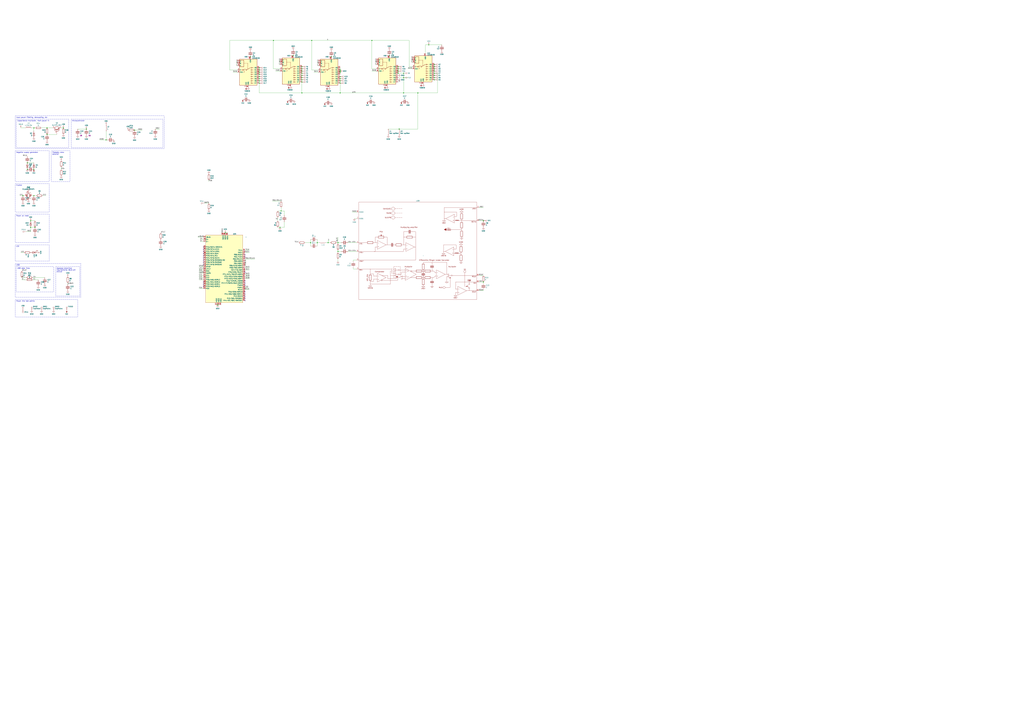
<source format=kicad_sch>
(kicad_sch (version 20230121) (generator eeschema)
  (paper "A0")
  (junction (at 561.34 327.66))
  (junction (at 452.12 64.77))
  (junction (at 394.97 81.28))
  (junction (at 123.19 162.56))
  (junction (at 350.52 77.47))
  (junction (at 35.56 264.16))
  (junction (at 462.28 80.01))
  (junction (at 350.52 87.63))
  (junction (at 381 281.94))
  (junction (at 39.37 196.85))
  (junction (at 394.97 107.95))
  (junction (at 54.61 148.59))
  (junction (at 504.19 77.47))
  (junction (at 462.28 77.47))
  (junction (at 54.61 156.21))
  (junction (at 462.28 85.09))
  (junction (at 31.75 196.85))
  (junction (at 39.37 227.33))
  (junction (at 350.52 82.55))
  (junction (at 350.52 80.01))
  (junction (at 290.83 66.04))
  (junction (at 261.62 270.51))
  (junction (at 350.52 90.17))
  (junction (at 252.73 354.33))
  (junction (at 504.19 90.17))
  (junction (at 300.99 88.9))
  (junction (at 350.52 85.09))
  (junction (at 31.75 189.23))
  (junction (at 340.36 64.77))
  (junction (at 394.97 93.98))
  (junction (at 504.19 80.01))
  (junction (at 26.67 227.33))
  (junction (at 394.97 82.55))
  (junction (at 468.63 107.95))
  (junction (at 504.19 82.55))
  (junction (at 40.64 264.16))
  (junction (at 504.19 74.93))
  (junction (at 468.63 90.17))
  (junction (at 300.99 81.28))
  (junction (at 392.43 281.94))
  (junction (at 350.52 107.95))
  (junction (at 368.3 281.94))
  (junction (at 384.81 66.04))
  (junction (at 462.28 82.55))
  (junction (at 468.63 85.09))
  (junction (at 485.14 107.95))
  (junction (at 156.21 151.13))
  (junction (at 100.33 149.86))
  (junction (at 504.19 87.63))
  (junction (at 326.39 245.11))
  (junction (at 431.8 46.99))
  (junction (at 463.55 149.86))
  (junction (at 300.99 83.82))
  (junction (at 394.97 88.9))
  (junction (at 392.43 292.1))
  (junction (at 497.84 52.07))
  (junction (at 300.99 78.74))
  (junction (at 394.97 91.44))
  (junction (at 360.68 281.94))
  (junction (at 35.56 256.54))
  (junction (at 325.12 264.16))
  (junction (at 350.52 95.25))
  (junction (at 350.52 92.71))
  (junction (at 300.99 93.98))
  (junction (at 504.19 92.71))
  (junction (at 394.97 83.82))
  (junction (at 561.34 256.54))
  (junction (at 317.5 46.99))
  (junction (at 361.95 46.99))
  (junction (at 394.97 96.52))
  (junction (at 39.37 148.59))
  (junction (at 73.66 148.59))
  (junction (at 300.99 96.52))
  (junction (at 300.99 91.44))
  (junction (at 300.99 86.36))
  (junction (at 504.19 85.09))
  (no_connect (at 236.22 327.66))
  (no_connect (at 236.22 294.64))
  (no_connect (at 236.22 332.74))
  (no_connect (at 236.22 287.02))
  (no_connect (at 284.48 346.71))
  (no_connect (at 236.22 307.34))
  (no_connect (at 236.22 302.26))
  (no_connect (at 284.48 298.45))
  (no_connect (at 284.48 341.63))
  (no_connect (at 236.22 299.72))
  (no_connect (at 284.48 344.17))
  (no_connect (at 284.48 326.39))
  (no_connect (at 284.48 316.23))
  (no_connect (at 284.48 349.25))
  (no_connect (at 236.22 292.1))
  (no_connect (at 236.22 330.2))
  (no_connect (at 284.48 339.09))
  (no_connect (at 236.22 304.8))
  (no_connect (at 236.22 297.18))
  (no_connect (at 284.48 331.47))
  (no_connect (at 236.22 289.56))
  (no_connect (at 284.48 328.93))
  (no_connect (at 284.48 295.91))
  (wire (pts (xy 270.51 83.82) (xy 275.59 83.82)))
  (wire (pts (xy 300.99 107.95) (xy 300.99 96.52)))
  (wire (pts (xy 284.48 300.99) (xy 295.91 300.99)))
  (wire (pts (xy 431.8 46.99) (xy 431.8 80.01)))
  (wire (pts (xy 285.75 308.61) (xy 284.48 308.61)))
  (wire (pts (xy 410.21 312.42) (xy 414.02 312.42)))
  (wire (pts (xy 463.55 149.86) (xy 485.14 149.86)))
  (wire (pts (xy 317.5 46.99) (xy 361.95 46.99)))
  (wire (pts (xy 284.48 334.01) (xy 288.29 334.01)))
  (wire (pts (xy 231.14 322.58) (xy 236.22 322.58)))
  (wire (pts (xy 25.4 322.58) (xy 30.48 322.58)))
  (wire (pts (xy 411.48 254) (xy 414.02 254)))
  (wire (pts (xy 462.28 90.17) (xy 468.63 90.17)))
  (wire (pts (xy 368.3 73.66) (xy 369.57 73.66)))
  (wire (pts (xy 39.37 148.59) (xy 39.37 152.4)))
  (wire (pts (xy 561.34 327.66) (xy 561.34 328.93)))
  (wire (pts (xy 231.14 312.42) (xy 236.22 312.42)))
  (wire (pts (xy 485.14 149.86) (xy 485.14 107.95)))
  (wire (pts (xy 54.61 148.59) (xy 48.26 148.59)))
  (wire (pts (xy 350.52 80.01) (xy 350.52 82.55)))
  (wire (pts (xy 431.8 82.55) (xy 436.88 82.55)))
  (wire (pts (xy 368.3 285.75) (xy 368.3 281.94)))
  (wire (pts (xy 22.86 227.33) (xy 26.67 227.33)))
  (wire (pts (xy 231.14 309.88) (xy 236.22 309.88)))
  (wire (pts (xy 561.34 337.82) (xy 556.26 337.82)))
  (wire (pts (xy 284.48 313.69) (xy 289.56 313.69)))
  (wire (pts (xy 350.52 82.55) (xy 350.52 85.09)))
  (wire (pts (xy 391.16 281.94) (xy 392.43 281.94)))
  (wire (pts (xy 477.52 72.39) (xy 478.79 72.39)))
  (wire (pts (xy 403.86 292.1) (xy 414.02 292.1)))
  (wire (pts (xy 53.34 227.33) (xy 49.53 227.33)))
  (wire (pts (xy 561.34 320.04) (xy 556.26 320.04)))
  (wire (pts (xy 35.56 269.24) (xy 35.56 264.16)))
  (wire (pts (xy 504.19 74.93) (xy 504.19 77.47)))
  (wire (pts (xy 232.41 280.67) (xy 236.22 280.67)))
  (wire (pts (xy 71.12 148.59) (xy 73.66 148.59)))
  (wire (pts (xy 232.41 278.13) (xy 236.22 278.13)))
  (wire (pts (xy 231.14 314.96) (xy 236.22 314.96)))
  (wire (pts (xy 513.08 52.07) (xy 497.84 52.07)))
  (wire (pts (xy 381 279.4) (xy 381 281.94)))
  (wire (pts (xy 462.28 80.01) (xy 462.28 82.55)))
  (wire (pts (xy 382.27 279.4) (xy 381 279.4)))
  (wire (pts (xy 392.43 290.83) (xy 392.43 292.1)))
  (wire (pts (xy 322.58 264.16) (xy 325.12 264.16)))
  (wire (pts (xy 231.14 325.12) (xy 236.22 325.12)))
  (wire (pts (xy 394.97 88.9) (xy 394.97 91.44)))
  (wire (pts (xy 394.97 78.74) (xy 394.97 81.28)))
  (wire (pts (xy 24.13 293.37) (xy 27.94 293.37)))
  (wire (pts (xy 368.3 76.2) (xy 369.57 76.2)))
  (wire (pts (xy 494.03 52.07) (xy 494.03 62.23)))
  (wire (pts (xy 285.75 303.53) (xy 284.48 303.53)))
  (wire (pts (xy 284.48 323.85) (xy 289.56 323.85)))
  (wire (pts (xy 354.33 281.94) (xy 360.68 281.94)))
  (wire (pts (xy 468.63 90.17) (xy 473.71 90.17)))
  (wire (pts (xy 325.12 264.16) (xy 330.2 264.16)))
  (wire (pts (xy 123.19 162.56) (xy 124.46 162.56)))
  (wire (pts (xy 360.68 278.13) (xy 360.68 281.94)))
  (wire (pts (xy 323.85 72.39) (xy 325.12 72.39)))
  (wire (pts (xy 361.95 81.28) (xy 369.57 81.28)))
  (wire (pts (xy 504.19 80.01) (xy 504.19 82.55)))
  (wire (pts (xy 477.52 67.31) (xy 478.79 67.31)))
  (wire (pts (xy 123.19 152.4) (xy 123.19 162.56)))
  (wire (pts (xy 477.52 69.85) (xy 478.79 69.85)))
  (wire (pts (xy 39.37 148.59) (xy 36.83 148.59)))
  (wire (pts (xy 266.7 46.99) (xy 317.5 46.99)))
  (wire (pts (xy 320.04 82.55) (xy 325.12 82.55)))
  (wire (pts (xy 435.61 69.85) (xy 436.88 69.85)))
  (wire (pts (xy 60.96 148.59) (xy 54.61 148.59)))
  (wire (pts (xy 300.99 96.52) (xy 300.99 93.98)))
  (wire (pts (xy 350.52 92.71) (xy 350.52 95.25)))
  (wire (pts (xy 350.52 95.25) (xy 350.52 107.95)))
  (wire (pts (xy 394.97 83.82) (xy 394.97 86.36)))
  (wire (pts (xy 508 107.95) (xy 485.14 107.95)))
  (wire (pts (xy 350.52 77.47) (xy 350.52 80.01)))
  (wire (pts (xy 284.48 293.37) (xy 289.56 293.37)))
  (wire (pts (xy 38.1 325.12) (xy 44.45 325.12)))
  (wire (pts (xy 266.7 81.28) (xy 275.59 81.28)))
  (wire (pts (xy 462.28 82.55) (xy 462.28 85.09)))
  (wire (pts (xy 78.74 330.2) (xy 78.74 328.93)))
  (wire (pts (xy 71.12 194.31) (xy 71.12 196.85)))
  (wire (pts (xy 394.97 82.55) (xy 394.97 83.82)))
  (wire (pts (xy 274.32 76.2) (xy 275.59 76.2)))
  (wire (pts (xy 350.52 107.95) (xy 394.97 107.95)))
  (wire (pts (xy 370.84 281.94) (xy 368.3 281.94)))
  (wire (pts (xy 284.48 290.83) (xy 289.56 290.83)))
  (wire (pts (xy 350.52 87.63) (xy 350.52 90.17)))
  (wire (pts (xy 322.58 252.73) (xy 322.58 256.54)))
  (wire (pts (xy 431.8 80.01) (xy 436.88 80.01)))
  (wire (pts (xy 478.79 77.47) (xy 474.98 77.47)))
  (wire (pts (xy 435.61 74.93) (xy 436.88 74.93)))
  (wire (pts (xy 556.26 241.3) (xy 561.34 241.3)))
  (wire (pts (xy 326.39 245.11) (xy 326.39 241.3)))
  (wire (pts (xy 26.67 227.33) (xy 29.21 227.33)))
  (wire (pts (xy 284.48 321.31) (xy 289.56 321.31)))
  (wire (pts (xy 410.21 311.15) (xy 410.21 312.42)))
  (wire (pts (xy 350.52 85.09) (xy 350.52 87.63)))
  (wire (pts (xy 252.73 354.33) (xy 254 354.33)))
  (wire (pts (xy 508 85.09) (xy 504.19 85.09)))
  (wire (pts (xy 468.63 107.95) (xy 485.14 107.95)))
  (wire (pts (xy 284.48 311.15) (xy 289.56 311.15)))
  (wire (pts (xy 261.62 270.51) (xy 264.16 270.51)))
  (wire (pts (xy 251.46 354.33) (xy 252.73 354.33)))
  (wire (pts (xy 274.32 73.66) (xy 275.59 73.66)))
  (wire (pts (xy 364.49 83.82) (xy 369.57 83.82)))
  (wire (pts (xy 242.57 210.82) (xy 242.57 209.55)))
  (wire (pts (xy 29.21 148.59) (xy 24.13 148.59)))
  (wire (pts (xy 394.97 91.44) (xy 394.97 93.98)))
  (wire (pts (xy 474.98 77.47) (xy 474.98 46.99)))
  (wire (pts (xy 561.34 336.55) (xy 561.34 337.82)))
  (wire (pts (xy 408.94 246.38) (xy 414.02 246.38)))
  (wire (pts (xy 468.63 90.17) (xy 468.63 85.09)))
  (wire (pts (xy 394.97 96.52) (xy 394.97 107.95)))
  (wire (pts (xy 368.3 71.12) (xy 369.57 71.12)))
  (wire (pts (xy 35.56 256.54) (xy 40.64 256.54)))
  (wire (pts (xy 431.8 46.99) (xy 474.98 46.99)))
  (wire (pts (xy 450.85 149.86) (xy 463.55 149.86)))
  (wire (pts (xy 556.26 327.66) (xy 561.34 327.66)))
  (wire (pts (xy 504.19 90.17) (xy 504.19 92.71)))
  (wire (pts (xy 368.3 281.94) (xy 368.3 278.13)))
  (wire (pts (xy 394.97 107.95) (xy 468.63 107.95)))
  (wire (pts (xy 300.99 81.28) (xy 300.99 78.74)))
  (wire (pts (xy 504.19 87.63) (xy 504.19 90.17)))
  (wire (pts (xy 180.34 149.86) (xy 185.42 149.86)))
  (wire (pts (xy 284.48 318.77) (xy 289.56 318.77)))
  (wire (pts (xy 323.85 74.93) (xy 325.12 74.93)))
  (wire (pts (xy 435.61 72.39) (xy 436.88 72.39)))
  (wire (pts (xy 403.86 281.94) (xy 414.02 281.94)))
  (wire (pts (xy 330.2 250.19) (xy 330.2 245.11)))
  (wire (pts (xy 36.83 227.33) (xy 39.37 227.33)))
  (wire (pts (xy 462.28 77.47) (xy 462.28 80.01)))
  (wire (pts (xy 30.48 269.24) (xy 35.56 269.24)))
  (wire (pts (xy 231.14 317.5) (xy 236.22 317.5)))
  (wire (pts (xy 468.63 90.17) (xy 468.63 107.95)))
  (wire (pts (xy 300.99 91.44) (xy 300.99 88.9)))
  (wire (pts (xy 40.64 148.59) (xy 39.37 148.59)))
  (wire (pts (xy 38.1 322.58) (xy 52.07 322.58)))
  (wire (pts (xy 556.26 256.54) (xy 561.34 256.54)))
  (wire (pts (xy 35.56 264.16) (xy 40.64 264.16)))
  (wire (pts (xy 504.19 82.55) (xy 504.19 85.09)))
  (wire (pts (xy 361.95 46.99) (xy 431.8 46.99)))
  (wire (pts (xy 350.52 90.17) (xy 350.52 92.71)))
  (wire (pts (xy 410.21 302.26) (xy 414.02 302.26)))
  (wire (pts (xy 300.99 83.82) (xy 300.99 81.28)))
  (wire (pts (xy 323.85 69.85) (xy 325.12 69.85)))
  (wire (pts (xy 361.95 46.99) (xy 361.95 81.28)))
  (wire (pts (xy 326.39 233.68) (xy 316.23 233.68)))
  (wire (pts (xy 392.43 281.94) (xy 392.43 283.21)))
  (wire (pts (xy 229.87 275.59) (xy 236.22 275.59)))
  (wire (pts (xy 322.58 245.11) (xy 326.39 245.11)))
  (wire (pts (xy 396.24 281.94) (xy 392.43 281.94)))
  (wire (pts (xy 330.2 264.16) (xy 330.2 257.81)))
  (wire (pts (xy 115.57 162.56) (xy 123.19 162.56)))
  (wire (pts (xy 468.63 85.09) (xy 462.28 85.09)))
  (wire (pts (xy 285.75 306.07) (xy 284.48 306.07)))
  (wire (pts (xy 300.99 86.36) (xy 300.99 83.82)))
  (wire (pts (xy 300.99 93.98) (xy 300.99 91.44)))
  (wire (pts (xy 394.97 93.98) (xy 394.97 96.52)))
  (wire (pts (xy 504.19 77.47) (xy 504.19 80.01)))
  (wire (pts (xy 410.21 302.26) (xy 410.21 303.53)))
  (wire (pts (xy 300.99 88.9) (xy 300.99 86.36)))
  (wire (pts (xy 394.97 81.28) (xy 394.97 82.55)))
  (wire (pts (xy 25.4 325.12) (xy 30.48 325.12)))
  (wire (pts (xy 381 281.94) (xy 383.54 281.94)))
  (wire (pts (xy 360.68 285.75) (xy 360.68 281.94)))
  (wire (pts (xy 378.46 281.94) (xy 381 281.94)))
  (wire (pts (xy 266.7 46.99) (xy 266.7 81.28)))
  (wire (pts (xy 392.43 292.1) (xy 396.24 292.1)))
  (wire (pts (xy 392.43 300.99) (xy 392.43 303.53)))
  (wire (pts (xy 39.37 227.33) (xy 41.91 227.33)))
  (wire (pts (xy 392.43 275.59) (xy 392.43 281.94)))
  (wire (pts (xy 508 85.09) (xy 508 107.95)))
  (wire (pts (xy 31.75 189.23) (xy 39.37 189.23)))
  (wire (pts (xy 237.49 236.22) (xy 242.57 236.22)))
  (wire (pts (xy 284.48 336.55) (xy 289.56 336.55)))
  (wire (pts (xy 326.39 245.11) (xy 330.2 245.11)))
  (wire (pts (xy 317.5 80.01) (xy 317.5 46.99)))
  (wire (pts (xy 325.12 80.01) (xy 317.5 80.01)))
  (wire (pts (xy 90.17 149.86) (xy 100.33 149.86)))
  (wire (pts (xy 504.19 85.09) (xy 504.19 87.63)))
  (wire (pts (xy 231.14 320.04) (xy 236.22 320.04)))
  (wire (pts (xy 497.84 52.07) (xy 494.03 52.07)))
  (wire (pts (xy 231.14 335.28) (xy 236.22 335.28)))
  (wire (pts (xy 54.61 156.21) (xy 66.04 156.21)))
  (wire (pts (xy 392.43 292.1) (xy 392.43 293.37)))
  (wire (pts (xy 156.21 151.13) (xy 165.1 151.13)))
  (wire (pts (xy 473.71 80.01) (xy 478.79 80.01)))
  (wire (pts (xy 274.32 71.12) (xy 275.59 71.12)))
  (wire (pts (xy 350.52 107.95) (xy 300.99 107.95)))
  (text_box "USB data lines\n" (at 19.05 309.88 0) (size 43.18 29.21) (stroke (width 0) (type dash)) (effects (font (size 1.27 1.27)) (justify left top)))
  (text_box "Power on reset\n" (at 17.78 248.92 0) (size 39.37 33.02) (stroke (width 0) (type dash)) (effects (font (size 1.27 1.27)) (justify left top)))
  (text_box "Capacitance multiplier, main power in" (at 19.05 138.43 0) (size 60.96 33.02) (stroke (width 0) (type dash)) (effects (font (size 1.27 1.27)) (justify left top)))
  (text_box "LED" (at 17.78 284.48 0) (size 39.37 19.05) (stroke (width 0) (type dash)) (effects (font (size 1.27 1.27)) (justify left top)))
  (text_box "Input power filtering, decoupling, etc" (at 17.78 134.62 0) (size 172.72 38.1) (stroke (width 0) (type dash)) (effects (font (size 1.27 1.27)) (justify left top)))
  (text_box "Crystal" (at 17.78 213.36 0) (size 39.37 33.02) (stroke (width 0) (type dash)) (effects (font (size 1.27 1.27)) (justify left top)))
  (text_box "Probably skew selector" (at 59.69 175.26 0) (size 21.59 35.56) (stroke (width 0) (type dash)) (effects (font (size 1.27 1.27)) (justify left top)))
  (text_box "USB" (at 17.78 306.07 0) (size 76.2 39.37) (stroke (width 0) (type dash)) (effects (font (size 1.27 1.27)) (justify left top)))
  (text_box "Appease electrical requirements VBUS pin micro?" (at 64.77 309.88 0) (size 27.94 34.29) (stroke (width 0) (type dash)) (effects (font (size 1.27 1.27)) (justify left top)))
  (text_box "microcontroller" (at 82.55 138.43 0) (size 106.68 33.02) (stroke (width 0) (type dash)) (effects (font (size 1.27 1.27)) (justify left top)))
  (text_box "Power line test points" (at 17.78 347.98 0) (size 72.39 20.32) (stroke (width 0) (type dash)) (effects (font (size 1.27 1.27)) (justify left top)))
  (text_box "Negative supply generator" (at 17.78 175.26 0) (size 39.37 35.56) (stroke (width 0) (type dash)) (effects (font (size 1.27 1.27)) (justify left top)))
  (label "P30" (at 231.14 325.12 0))
  (label "RES" (at 231.14 314.96 0))
  (label "B" (at 435.61 72.39 0))
  (label "D+" (at 41.91 322.58 180))
  (label "MUTE" (at 289.56 293.37 180))
  (label "D+" (at 232.41 278.13 0))
  (label "P02{slash}RCLKA" (at 295.91 300.99 180))
  (label "CF2" (at 231.14 322.58 0))
  (label "LED" (at 288.29 334.01 180))
  (label "A" (at 477.52 67.31 0))
  (label "C" (at 285.75 308.61 180))
  (label "INH9" (at 320.04 82.55 0))
  (label "LED" (at 24.13 293.37 0))
  (label "B" (at 368.3 73.66 0))
  (label "X" (at 382.27 279.4 180))
  (label "B" (at 285.75 306.07 180))
  (label "AVDD" (at 115.57 162.56 0))
  (label "VIN+" (at 408.94 292.1 0))
  (label "CF2" (at 53.34 227.33 180))
  (label "DPUP" (at 25.4 314.96 0))
  (label "?1" (at 462.28 95.25 0))
  (label "?1" (at 322.58 255.27 180))
  (label "VREF" (at 561.34 241.3 180))
  (label "MCLK" (at 289.56 336.55 180))
  (label "B" (at 477.52 69.85 0))
  (label "CF1" (at 231.14 320.04 0))
  (label "INH5" (at 289.56 318.77 180))
  (label "INH3" (at 473.71 80.01 0))
  (label "SOUT" (at 561.34 337.82 180))
  (label "P30" (at 242.57 210.82 0))
  (label "A" (at 274.32 71.12 0))
  (label "AVDD" (at 408.94 246.38 0))
  (label "INH5" (at 270.51 83.82 0))
  (label "A" (at 285.75 303.53 180))
  (label "C" (at 368.3 76.2 0))
  (label "INH9" (at 289.56 321.31 180))
  (label "MCLK" (at 31.75 181.61 180))
  (label "OWP0" (at 242.57 236.22 180))
  (label "C" (at 274.32 76.2 0))
  (label "C" (at 435.61 74.93 0))
  (label "REFIN" (at 561.34 256.54 180))
  (label "C" (at 477.52 72.39 0))
  (label "INH8" (at 431.8 82.55 0))
  (label "B" (at 274.32 73.66 0))
  (label "µVBUS" (at 229.87 275.59 0))
  (label "A" (at 323.85 69.85 0))
  (label "UFILT" (at 186.69 270.51 0))
  (label "D-" (at 232.41 280.67 0))
  (label "INH3" (at 289.56 311.15 180))
  (label "MUTE" (at 392.43 275.59 270))
  (label "C" (at 323.85 74.93 0))
  (label "D+_" (at 29.21 322.58 180))
  (label "B" (at 323.85 72.39 0))
  (label "RES" (at 35.56 269.24 180))
  (label "TCLK" (at 346.71 281.94 180))
  (label "VIN+" (at 408.94 292.1 180))
  (label "INH4" (at 289.56 313.69 180))
  (label "VIN-" (at 403.86 281.94 0))
  (label "A" (at 368.3 71.12 0))
  (label "TCLK" (at 289.56 290.83 180))
  (label "SIN" (at 560.07 327.66 180))
  (label "INH4" (at 364.49 83.82 0))
  (label "VIN-" (at 408.94 281.94 0))
  (label "D-" (at 41.91 325.12 180))
  (label "µVBUS" (at 78.74 330.2 0))
  (label "P34" (at 71.12 196.85 0))
  (label "X" (at 379.73 46.99 0))
  (label "P34" (at 231.14 335.28 0))
  (label "VDD3" (at 165.1 151.13 180))
  (label "D-_" (at 29.21 325.12 180))
  (label "DPUP" (at 231.14 309.88 0))
  (label "INH8" (at 289.56 323.85 180))
  (label "VREF" (at 185.42 149.86 180))
  (label "UFILT" (at 231.14 312.42 0))
  (label "P02{slash}RCLKA" (at 316.23 233.68 0))
  (label "A" (at 435.61 69.85 0))
  (label "CF1" (at 22.86 227.33 0))
  (label "MOUT" (at 561.34 320.04 180))
  (label "grid" (at 408.94 107.95 0))
  (label "OWP0" (at 231.14 317.5 0))
  (label "VDD3" (at 259.08 270.51 90))
  (symbol (lib_id "power:VDD") (at 384.81 66.04 90) (unit 1)
    (property "Reference" "#PWR021" (effects hide))
    (property "Value" "VDD" (at 381.635 66.04 90) (effects (justify left)))
  )
  (symbol (lib_id "power:GND") (at 341.63 116.84 0) (unit 1)
    (property "Reference" "#PWR037" (effects hide))
    (property "Value" "GND" (at 341.63 120.9755 0))
  )
  (symbol (lib_id "Device:R") (at 25.4 318.77 180) (unit 1)
    (property "Reference" "R21" (at 27.178 317.5579 0) (effects (justify right)))
    (property "Value" "R" (at 27.178 319.9821 0) (effects (justify right)))
    (property "Footprint" "Resistor_SMD:R_0402_1005Metric" (effects hide))
  )
  (symbol (lib_id "Connector:TestPoint") (at 350.52 82.55 270) (unit 1)
    (property "Reference" "Y7" (at 355.219 82.55 90) (effects (justify left)))
    (property "Value" "TestPoint" (effects hide))
    (property "Footprint" "TestPoint:TestPoint_Pad_D1.0mm" (effects hide))
  )
  (symbol (lib_id "Connector:TestPoint") (at 48.26 360.68 0) (unit 1)
    (property "Reference" "GND1" (at 49.657 356.1659 0) (effects (justify left)))
    (property "Value" "TestPoint" (at 49.657 358.5901 0) (effects (justify left)))
    (property "Footprint" "TestPoint:TestPoint_Pad_D1.0mm" (effects hide))
  )
  (symbol (lib_id "power:VBUS") (at 24.13 148.59 0) (mirror y) (unit 1)
    (property "Reference" "#PWR068" (effects hide))
    (property "Value" "VBUS" (at 24.13 144.4569 0))
  )
  (symbol (lib_id "Connector:TestPoint") (at 561.34 256.54 270) (unit 1)
    (property "Reference" "TP7" (at 566.039 256.54 90) (effects (justify left)))
    (property "Value" "TestPoint" (effects hide))
    (property "Footprint" "TestPoint:TestPoint_Pad_D1.0mm" (effects hide))
  )
  (symbol (lib_id "Connector:TestPoint") (at 62.23 360.68 0) (unit 1)
    (property "Reference" "GND0" (at 63.627 356.1659 0) (effects (justify left)))
    (property "Value" "TestPoint" (at 63.627 358.5901 0) (effects (justify left)))
    (property "Footprint" "TestPoint:TestPoint_Pad_D1.0mm" (effects hide))
  )
  (symbol (lib_id "Connector:TestPoint") (at 26.67 359.41 180) (unit 1)
    (property "Reference" "TP11" (at 28.067 362.712 0) (effects (justify right)))
    (property "Value" "TestPoint" (effects hide))
    (property "Footprint" "TestPoint:TestPoint_Pad_D1.0mm" (effects hide))
  )
  (symbol (lib_id "Device:R") (at 71.12 200.66 0) (unit 1)
    (property "Reference" "R12" (at 72.898 199.4479 0) (effects (justify left)))
    (property "Value" "DNF" (at 72.898 201.8721 0) (effects (justify left)))
    (property "Footprint" "Resistor_SMD:R_0402_1005Metric" (effects hide))
  )
  (symbol (lib_id "power:GND") (at 384.81 58.42 180) (unit 1)
    (property "Reference" "#PWR04" (effects hide))
    (property "Value" "GND" (at 384.81 54.9181 0))
  )
  (symbol (lib_id "Device:C") (at 561.34 332.74 0) (unit 1)
    (property "Reference" "C13" (at 564.261 331.5279 0) (effects (justify left)))
    (property "Value" "C" (at 564.261 333.9521 0) (effects (justify left)))
    (property "Footprint" "Capacitor_SMD:C_0402_1005Metric" (effects hide))
  )
  (symbol (lib_id "power:VEE") (at 39.37 196.85 180) (unit 1)
    (property "Reference" "#PWR071" (effects hide))
    (property "Value" "VEE" (at 39.37 200.9831 0))
  )
  (symbol (lib_id "power:GND") (at 252.73 354.33 0) (unit 1)
    (property "Reference" "#PWR043" (effects hide))
    (property "Value" "GND" (at 252.73 358.4631 0))
  )
  (symbol (lib_id "power:VEE") (at 426.72 118.11 180) (unit 1)
    (property "Reference" "#PWR030" (effects hide))
    (property "Value" "VEE" (at 426.72 122.2431 0))
  )
  (symbol (lib_id "power:GND") (at 44.45 332.74 0) (unit 1)
    (property "Reference" "#PWR060" (effects hide))
    (property "Value" "GND" (at 44.45 336.8731 0))
  )
  (symbol (lib_id "Connector:TestPoint") (at 350.52 95.25 270) (unit 1)
    (property "Reference" "Y2" (at 355.219 95.25 90) (effects (justify left)))
    (property "Value" "TestPoint" (effects hide))
    (property "Footprint" "TestPoint:TestPoint_Pad_D1.0mm" (effects hide))
  )
  (symbol (lib_id "power:GND") (at 33.02 222.25 180) (unit 1)
    (property "Reference" "#PWR054" (effects hide))
    (property "Value" "GND" (at 33.02 218.1169 0))
  )
  (symbol (lib_id "power:GND") (at 473.71 118.11 0) (unit 1)
    (property "Reference" "#PWR033" (effects hide))
    (property "Value" "GND" (at 473.71 122.2455 0))
  )
  (symbol (lib_id "power:VEE") (at 335.28 100.33 180) (unit 1)
    (property "Reference" "#PWR028" (effects hide))
    (property "Value" "VEE" (at 335.28 104.4631 0))
  )
  (symbol (lib_id "Connector:TestPoint") (at 350.52 87.63 270) (unit 1)
    (property "Reference" "Y0" (at 355.219 87.63 90) (effects (justify left)))
    (property "Value" "TestPoint" (effects hide))
    (property "Footprint" "TestPoint:TestPoint_Pad_D1.0mm" (effects hide))
  )
  (symbol (lib_id "power:VDD") (at 148.59 151.13 0) (unit 1)
    (property "Reference" "#PWR058" (effects hide))
    (property "Value" "VDD" (at 148.59 146.9969 0))
  )
  (symbol (lib_id "power:GND") (at 289.56 115.57 0) (unit 1)
    (property "Reference" "#PWR039" (effects hide))
    (property "Value" "GND" (at 289.56 119.7055 0))
  )
  (symbol (lib_id "Device:R") (at 392.43 287.02 180) (unit 1)
    (property "Reference" "R4" (at 394.208 285.8079 0) (effects (justify right)))
    (property "Value" "DNF" (at 394.208 288.2321 0) (effects (justify right)))
    (property "Footprint" "Resistor_SMD:R_0402_1005Metric" (effects hide))
  )
  (symbol (lib_id "Connector:TestPoint") (at 350.52 90.17 270) (unit 1)
    (property "Reference" "Y3" (at 355.219 90.17 90) (effects (justify left)))
    (property "Value" "TestPoint" (effects hide))
    (property "Footprint" "TestPoint:TestPoint_Pad_D1.0mm" (effects hide))
  )
  (symbol (lib_id "power:GND") (at 561.34 264.16 0) (unit 1)
    (property "Reference" "#PWR045" (effects hide))
    (property "Value" "GND" (at 561.34 268.2931 0))
  )
  (symbol (lib_id "Device:C") (at 285.75 115.57 90) (unit 1)
    (property "Reference" "C14" (at 285.75 109.2667 90))
    (property "Value" "C" (at 285.75 111.6909 90))
    (property "Footprint" "Capacitor_SMD:C_0402_1005Metric" (effects hide))
  )
  (symbol (lib_id "Device:C") (at 400.05 292.1 90) (unit 1)
    (property "Reference" "C9" (at 400.05 285.7967 90))
    (property "Value" "C" (at 400.05 288.2209 90))
    (property "Footprint" "Capacitor_SMD:C_0402_1005Metric" (effects hide))
  )
  (symbol (lib_id "Connector:TestPoint") (at 462.28 77.47 270) (unit 1)
    (property "Reference" "Y9" (at 466.979 77.47 90) (effects (justify left)))
    (property "Value" "TestPoint" (effects hide))
    (property "Footprint" "TestPoint:TestPoint_Pad_D1.0mm" (effects hide))
  )
  (symbol (lib_id "power:GND") (at 90.17 157.48 0) (unit 1)
    (property "Reference" "#PWR051" (effects hide))
    (property "Value" "GND" (at 90.17 161.6131 0))
  )
  (symbol (lib_id "power:VDD") (at 26.67 359.41 0) (unit 1)
    (property "Reference" "#PWR074" (effects hide))
    (property "Value" "VDD" (at 26.67 355.2769 0))
  )
  (symbol (lib_id "Device:C") (at 340.36 60.96 0) (unit 1)
    (property "Reference" "C1" (at 343.281 60.3163 0) (effects (justify left)))
    (property "Value" "C" (at 343.281 62.2373 0) (effects (justify left)))
    (property "Footprint" "Capacitor_SMD:C_0402_1005Metric" (effects hide))
  )
  (symbol (lib_id "power:GND") (at 450.85 157.48 0) (unit 1)
    (property "Reference" "#PWR017" (effects hide))
    (property "Value" "GND" (at 450.85 161.6155 0))
  )
  (symbol (lib_id "Device:C") (at 513.08 55.88 180) (unit 1)
    (property "Reference" "C2" (at 510.159 56.5237 0) (effects (justify left)))
    (property "Value" "C" (at 510.159 54.6027 0) (effects (justify left)))
    (property "Footprint" "Capacitor_SMD:C_0402_1005Metric" (effects hide))
  )
  (symbol (lib_id "Device:R") (at 561.34 323.85 0) (unit 1)
    (property "Reference" "R13" (at 563.118 322.6379 0) (effects (justify left)))
    (property "Value" "R" (at 563.118 325.0621 0) (effects (justify left)))
    (property "Footprint" "Resistor_SMD:R_0402_1005Metric" (effects hide))
  )
  (symbol (lib_id "Device:C") (at 44.45 328.93 0) (unit 1)
    (property "Reference" "C28" (at 47.371 327.7179 0) (effects (justify left)))
    (property "Value" "C" (at 47.371 330.1421 0) (effects (justify left)))
    (property "Footprint" "Capacitor_SMD:C_0402_1005Metric" (effects hide))
  )
  (symbol (lib_id "Device:C") (at 52.07 326.39 0) (unit 1)
    (property "Reference" "C27" (at 54.991 325.1779 0) (effects (justify left)))
    (property "Value" "C" (at 54.991 327.6021 0) (effects (justify left)))
    (property "Footprint" "Capacitor_SMD:C_0402_1005Metric" (effects hide))
  )
  (symbol (lib_id "Connector:TestPoint") (at 237.49 236.22 90) (unit 1)
    (property "Reference" "TP14" (at 234.188 233.8649 90))
    (property "Value" "TestPoint" (effects hide))
    (property "Footprint" "TestPoint:TestPoint_Pad_D1.0mm" (effects hide))
  )
  (symbol (lib_id "Connector:TestPoint") (at 504.19 82.55 270) (unit 1)
    (property "Reference" "X3" (at 508.889 82.55 90) (effects (justify left)))
    (property "Value" "TestPoint" (effects hide))
    (property "Footprint" "TestPoint:TestPoint_Pad_D1.0mm" (effects hide))
  )
  (symbol (lib_id "Connector:TestPoint") (at 394.97 96.52 270) (unit 1)
    (property "Reference" "X8" (at 399.669 96.52 90) (effects (justify left)))
    (property "Value" "TestPoint" (effects hide))
    (property "Footprint" "TestPoint:TestPoint_Pad_D1.0mm" (effects hide))
  )
  (symbol (lib_id "Device:R") (at 322.58 260.35 180) (unit 1)
    (property "Reference" "R5" (at 320.802 261.5621 0) (effects (justify left)))
    (property "Value" "R" (at 320.802 259.1379 0) (effects (justify left)))
    (property "Footprint" "Resistor_SMD:R_0402_1005Metric" (effects hide))
  )
  (symbol (lib_id "power:VEE") (at 77.47 360.68 180) (unit 1)
    (property "Reference" "#PWR072" (effects hide))
    (property "Value" "VEE" (at 77.47 364.8131 0))
  )
  (symbol (lib_id "power:GND") (at 384.81 119.38 0) (unit 1)
    (property "Reference" "#PWR035" (effects hide))
    (property "Value" "GND" (at 384.81 123.5155 0))
  )
  (symbol (lib_id "Device:R") (at 31.75 293.37 270) (unit 1)
    (property "Reference" "R14" (at 32.9621 295.148 0) (effects (justify left)))
    (property "Value" "R" (at 30.5379 295.148 0) (effects (justify left)))
    (property "Footprint" "Resistor_SMD:R_0402_1005Metric" (effects hide))
  )
  (symbol (lib_id "Analog_Switch:CD4051B") (at 337.82 82.55 0) (unit 1)
    (property "Reference" "IC9" (at 342.3159 64.3001 0) (effects (justify left)))
    (property "Value" "CD4051B" (at 342.3159 66.2211 0) (effects (justify left)))
    (property "Footprint" "Package_DFN_QFN:DHVQFN-16-1EP_2.5x3.5mm_P0.5mm_EP1x2mm" (effects hide))
    (property "Datasheet" "http://www.ti.com/lit/ds/symlink/cd4052b.pdf" (effects hide))
  )
  (symbol (lib_id "power:GND") (at 36.83 360.68 0) (unit 1)
    (property "Reference" "#PWR019" (effects hide))
    (property "Value" "GND" (at 36.83 364.8155 0))
  )
  (symbol (lib_id "power:GND") (at 78.74 337.82 0) (unit 1)
    (property "Reference" "#PWR053" (effects hide))
    (property "Value" "GND" (at 78.74 341.9531 0))
  )
  (symbol (lib_id "Analog_Switch:CD4051B") (at 288.29 83.82 0) (unit 1)
    (property "Reference" "IC5" (at 292.7859 65.5701 0) (effects (justify left)))
    (property "Value" "CD4051B" (at 292.7859 67.4911 0) (effects (justify left)))
    (property "Footprint" "Package_DFN_QFN:DHVQFN-16-1EP_2.5x3.5mm_P0.5mm_EP1x2mm" (effects hide))
    (property "Datasheet" "http://www.ti.com/lit/ds/symlink/cd4052b.pdf" (effects hide))
  )
  (symbol (lib_id "Device:C") (at 452.12 60.96 0) (unit 1)
    (property "Reference" "C3" (at 455.041 60.3163 0) (effects (justify left)))
    (property "Value" "C" (at 455.041 62.2373 0) (effects (justify left)))
    (property "Footprint" "Capacitor_SMD:C_0402_1005Metric" (effects hide))
  )
  (symbol (lib_id "power:GND") (at 39.37 234.95 0) (unit 1)
    (property "Reference" "#PWR057" (effects hide))
    (property "Value" "GND" (at 39.37 239.0831 0))
  )
  (symbol (lib_id "power:GND") (at 100.33 157.48 0) (unit 1)
    (property "Reference" "#PWR050" (effects hide))
    (property "Value" "GND" (at 100.33 161.6131 0))
  )
  (symbol (lib_id "power:VEE") (at 285.75 101.6 180) (unit 1)
    (property "Reference" "#PWR029" (effects hide))
    (property "Value" "VEE" (at 285.75 105.7331 0))
  )
  (symbol (lib_id "Device:C") (at 400.05 281.94 90) (unit 1)
    (property "Reference" "C10" (at 400.05 275.6367 90))
    (property "Value" "C" (at 400.05 278.0609 90))
    (property "Footprint" "Capacitor_SMD:C_0402_1005Metric" (effects hide))
  )
  (symbol (lib_id "power:GND") (at 288.29 101.6 0) (unit 1)
    (property "Reference" "#PWR07" (effects hide))
    (property "Value" "GND" (at 288.29 105.7355 0))
  )
  (symbol (lib_id "power:GND") (at 452.12 57.15 180) (unit 1)
    (property "Reference" "#PWR05" (effects hide))
    (property "Value" "GND" (at 452.12 53.6481 0))
  )
  (symbol (lib_id "power:GND") (at 40.64 271.78 0) (unit 1)
    (property "Reference" "#PWR065" (effects hide))
    (property "Value" "GND" (at 40.64 275.9131 0))
  )
  (symbol (lib_id "power:VDD") (at 71.12 186.69 0) (unit 1)
    (property "Reference" "#PWR049" (effects hide))
    (property "Value" "VDD" (at 71.12 182.5569 0))
  )
  (symbol (lib_id "power:VDD") (at 497.84 52.07 0) (unit 1)
    (property "Reference" "#PWR014" (effects hide))
    (property "Value" "VDD" (at 497.84 47.9369 0))
  )
  (symbol (lib_id "Connector:TestPoint") (at 504.19 87.63 270) (unit 1)
    (property "Reference" "X4" (at 508.889 87.63 90) (effects (justify left)))
    (property "Value" "TestPoint" (effects hide))
    (property "Footprint" "TestPoint:TestPoint_Pad_D1.0mm" (effects hide))
  )
  (symbol (lib_id "Device:L") (at 463.55 153.67 0) (unit 1)
    (property "Reference" "L0" (at 464.8173 152.4579 0) (effects (justify left)))
    (property "Value" "Net splitter" (at 464.8173 154.8821 0) (effects (justify left)))
    (property "Footprint" "local:net splitter .4mm" (effects hide))
  )
  (symbol (lib_id "power:VEE") (at 447.04 100.33 180) (unit 1)
    (property "Reference" "#PWR025" (effects hide))
    (property "Value" "VEE" (at 447.04 104.4631 0))
  )
  (symbol (lib_id "Device:L_Ferrite") (at 33.02 148.59 270) (mirror x) (unit 1)
    (property "Reference" "L3" (at 33.02 143.0487 90))
    (property "Value" "L_Ferrite" (at 33.02 145.4729 90))
    (property "Footprint" "Resistor_SMD:R_0603_1608Metric" (effects hide))
  )
  (symbol (lib_id "power:GND") (at 33.02 232.41 0) (unit 1)
    (property "Reference" "#PWR055" (effects hide))
    (property "Value" "GND" (at 33.02 236.5431 0))
  )
  (symbol (lib_id "power:GND") (at 48.26 360.68 0) (unit 1)
    (property "Reference" "#PWR018" (effects hide))
    (property "Value" "GND" (at 48.26 364.8155 0))
  )
  (symbol (lib_id "Connector:TestPoint") (at 30.48 269.24 90) (unit 1)
    (property "Reference" "TP13" (at 27.178 266.8849 90))
    (property "Value" "TestPoint" (effects hide))
    (property "Footprint" "TestPoint:TestPoint_Pad_D1.0mm" (effects hide))
  )
  (symbol (lib_id "Connector:TestPoint") (at 36.83 360.68 0) (unit 1)
    (property "Reference" "GND2" (at 38.227 356.1659 0) (effects (justify left)))
    (property "Value" "TestPoint" (at 38.227 358.5901 0) (effects (justify left)))
    (property "Footprint" "TestPoint:TestPoint_Pad_D1.0mm" (effects hide))
  )
  (symbol (lib_id "Device:R") (at 322.58 248.92 0) (unit 1)
    (property "Reference" "R6" (at 324.358 247.7079 0) (effects (justify left)))
    (property "Value" "R" (at 324.358 250.1321 0) (effects (justify left)))
    (property "Footprint" "Resistor_SMD:R_0402_1005Metric" (effects hide))
  )
  (symbol (lib_id "power:GND") (at 242.57 243.84 0) (unit 1)
    (property "Reference" "#PWR062" (effects hide))
    (property "Value" "GND" (at 242.57 247.9731 0))
  )
  (symbol (lib_id "Connector:TestPoint") (at 504.19 92.71 270) (unit 1)
    (property "Reference" "X5" (at 508.889 92.71 90) (effects (justify left)))
    (property "Value" "TestPoint" (effects hide))
    (property "Footprint" "TestPoint:TestPoint_Pad_D1.0mm" (effects hide))
  )
  (symbol (lib_id "Connector:TestPoint") (at 504.19 85.09 270) (unit 1)
    (property "Reference" "X7" (at 508.889 85.09 90) (effects (justify left)))
    (property "Value" "TestPoint" (effects hide))
    (property "Footprint" "TestPoint:TestPoint_Pad_D1.0mm" (effects hide))
  )
  (symbol (lib_id "Device:C") (at 100.33 153.67 180) (unit 1)
    (property "Reference" "C21" (at 103.251 152.4579 0) (effects (justify right)))
    (property "Value" "C" (at 103.251 154.8821 0) (effects (justify right)))
    (property "Footprint" "Capacitor_SMD:C_0603_1608Metric" (effects hide))
    (property "PIN" "56" (at 104.14 157.48 0))
  )
  (symbol (lib_id "power:GND") (at 394.97 82.55 90) (unit 1)
    (property "Reference" "#PWR042" (effects hide))
    (property "Value" "GND" (at 398.145 82.55 90) (effects (justify right)))
  )
  (symbol (lib_id "Device:D") (at 39.37 156.21 90) (mirror x) (unit 1)
    (property "Reference" "D2" (at 37.338 154.9979 90) (effects (justify left)))
    (property "Value" "D" (at 37.338 157.4221 90) (effects (justify left)))
    (property "Footprint" "Diode_SMD:D_SOD-123" (effects hide))
    (property "Sim.Device" "D" (effects hide))
    (property "Sim.Pins" "1=K 2=A" (effects hide))
  )
  (symbol (lib_id "power:GND") (at 132.08 162.56 0) (unit 1)
    (property "Reference" "#PWR046" (effects hide))
    (property "Value" "GND" (at 132.08 166.6931 0))
  )
  (symbol (lib_id "power:GND") (at 52.07 330.2 0) (unit 1)
    (property "Reference" "#PWR061" (effects hide))
    (property "Value" "GND" (at 52.07 334.3331 0))
  )
  (symbol (lib_id "Device:R") (at 242.57 240.03 180) (unit 1)
    (property "Reference" "R19" (at 244.348 238.8179 0) (effects (justify right)))
    (property "Value" "R" (at 244.348 241.2421 0) (effects (justify right)))
    (property "Footprint" "Resistor_SMD:R_0402_1005Metric" (effects hide))
  )
  (symbol (lib_id "Device:C") (at 381 119.38 90) (unit 1)
    (property "Reference" "C18" (at 381 113.0767 90))
    (property "Value" "C" (at 381 115.5009 90))
    (property "Footprint" "Capacitor_SMD:C_0402_1005Metric" (effects hide))
  )
  (symbol (lib_id "Device:C") (at 54.61 160.02 0) (mirror y) (unit 1)
    (property "Reference" "C31" (at 51.689 158.8079 0) (effects (justify left)))
    (property "Value" "C" (at 51.689 161.2321 0) (effects (justify left)))
    (property "Footprint" "Capacitor_SMD:C_0805_2012Metric" (effects hide))
  )
  (symbol (lib_id "Connector:TestPoint") (at 350.52 92.71 270) (unit 1)
    (property "Reference" "Y1" (at 355.219 92.71 90) (effects (justify left)))
    (property "Value" "TestPoint" (effects hide))
    (property "Footprint" "TestPoint:TestPoint_Pad_D1.0mm" (effects hide))
  )
  (symbol (lib_id "Device:C") (at 384.81 62.23 0) (unit 1)
    (property "Reference" "C5" (at 387.731 61.5863 0) (effects (justify left)))
    (property "Value" "C" (at 387.731 63.5073 0) (effects (justify left)))
    (property "Footprint" "Capacitor_SMD:C_0402_1005Metric" (effects hide))
  )
  (symbol (lib_id "power:GND") (at 491.49 97.79 0) (unit 1)
    (property "Reference" "#PWR010" (effects hide))
    (property "Value" "GND" (at 491.49 101.9255 0))
  )
  (symbol (lib_id "Device:D") (at 39.37 193.04 270) (unit 1)
    (property "Reference" "D4" (at 41.402 191.8279 90) (effects (justify left)))
    (property "Value" "D" (at 41.402 194.2521 90) (effects (justify left)))
    (property "Footprint" "Diode_SMD:D_SOD-523" (effects hide))
    (property "Sim.Device" "D" (effects hide))
    (property "Sim.Pins" "1=K 2=A" (effects hide))
  )
  (symbol (lib_id "Device:D") (at 31.75 193.04 90) (unit 1)
    (property "Reference" "D3" (at 33.782 191.8279 90) (effects (justify right)))
    (property "Value" "D" (at 33.782 194.2521 90) (effects (justify right)))
    (property "Footprint" "Diode_SMD:D_SOD-523" (effects hide))
    (property "Sim.Device" "D" (effects hide))
    (property "Sim.Pins" "1=K 2=A" (effects hide))
  )
  (symbol (lib_id "Connector:TestPoint") (at 300.99 88.9 270) (unit 1)
    (property "Reference" "X19" (at 305.689 88.9 90) (effects (justify left)))
    (property "Value" "TestPoint" (effects hide))
    (property "Footprint" "TestPoint:TestPoint_Pad_D1.0mm" (effects hide))
  )
  (symbol (lib_id "power:VDD") (at 290.83 66.04 90) (unit 1)
    (property "Reference" "#PWR023" (effects hide))
    (property "Value" "VDD" (at 287.655 66.04 90) (effects (justify left)))
  )
  (symbol (lib_id "power:GND") (at 156.21 158.75 0) (unit 1)
    (property "Reference" "#PWR047" (effects hide))
    (property "Value" "GND" (at 156.21 162.8831 0))
  )
  (symbol (lib_id "Connector:TestPoint") (at 350.52 85.09 270) (unit 1)
    (property "Reference" "Y4" (at 355.219 85.09 90) (effects (justify left)))
    (property "Value" "TestPoint" (effects hide))
    (property "Footprint" "TestPoint:TestPoint_Pad_D1.0mm" (effects hide))
  )
  (symbol (lib_id "Device:C") (at 78.74 334.01 180) (unit 1)
    (property "Reference" "C23" (at 81.661 332.7979 0) (effects (justify right)))
    (property "Value" "C" (at 81.661 335.2221 0) (effects (justify right)))
    (property "Footprint" "Capacitor_SMD:C_0603_1608Metric" (effects hide))
  )
  (symbol (lib_id "Connector:TestPoint") (at 300.99 86.36 270) (unit 1)
    (property "Reference" "X15" (at 305.689 86.36 90) (effects (justify left)))
    (property "Value" "TestPoint" (effects hide))
    (property "Footprint" "TestPoint:TestPoint_Pad_D1.0mm" (effects hide))
  )
  (symbol (lib_id "Connector:TestPoint") (at 468.63 85.09 270) (unit 1)
    (property "Reference" "Y8" (at 473.329 85.09 90) (effects (justify left)))
    (property "Value" "TestPoint" (effects hide))
    (property "Footprint" "TestPoint:TestPoint_Pad_D1.0mm" (effects hide))
  )
  (symbol (lib_id "Device:C") (at 156.21 154.94 180) (unit 1)
    (property "Reference" "C20" (at 159.131 153.7279 0) (effects (justify right)))
    (property "Value" "C" (at 159.131 156.1521 0) (effects (justify right)))
    (property "Footprint" "Capacitor_SMD:C_0603_1608Metric" (effects hide))
  )
  (symbol (lib_id "Device:C") (at 410.21 307.34 180) (unit 1)
    (property "Reference" "C12" (at 407.289 308.5521 0) (effects (justify left)))
    (property "Value" "C" (at 407.289 306.1279 0) (effects (justify left)))
    (property "Footprint" "Capacitor_SMD:C_0402_1005Metric" (effects hide))
  )
  (symbol (lib_id "power:VDD") (at 35.56 256.54 0) (unit 1)
    (property "Reference" "#PWR064" (effects hide))
    (property "Value" "VDD" (at 35.56 252.4069 0))
  )
  (symbol (lib_id "Connector:TestPoint") (at 504.19 80.01 270) (unit 1)
    (property "Reference" "X0" (at 508.889 80.01 90) (effects (justify left)))
    (property "Value" "TestPoint" (effects hide))
    (property "Footprint" "TestPoint:TestPoint_Pad_D1.0mm" (effects hide))
  )
  (symbol (lib_id "power:GND") (at 290.83 58.42 180) (unit 1)
    (property "Reference" "#PWR03" (effects hide))
    (property "Value" "GND" (at 290.83 54.9181 0))
  )
  (symbol (lib_id "power:GND") (at 462.28 92.71 90) (unit 1)
    (property "Reference" "#PWR041" (effects hide))
    (property "Value" "GND" (at 465.455 92.71 90) (effects (justify right)))
  )
  (symbol (lib_id "power:GND") (at 180.34 157.48 0) (unit 1)
    (property "Reference" "#PWR012" (effects hide))
    (property "Value" "GND" (at 180.34 161.6131 0))
  )
  (symbol (lib_id "Device:LED") (at 39.37 293.37 180) (unit 1)
    (property "Reference" "D0" (at 42.1696 295.402 90) (effects (justify left)))
    (property "Value" "LED" (at 39.7454 295.402 90) (effects (justify left)))
    (property "Footprint" "LED_SMD:LED_0603_1608Metric" (effects hide))
  )
  (symbol (lib_id "power:GND") (at 325.12 264.16 0) (unit 1)
    (property "Reference" "#PWR075" (effects hide))
    (property "Value" "GND" (at 325.12 268.2931 0))
  )
  (symbol (lib_id "power:GND") (at 392.43 303.53 0) (unit 1)
    (property "Reference" "#PWR011" (effects hide))
    (property "Value" "GND" (at 392.43 307.6631 0))
  )
  (symbol (lib_id "Connector:TestPoint") (at 468.63 90.17 270) (unit 1)
    (property "Reference" "Y12" (at 473.329 90.17 90) (effects (justify left)))
    (property "Value" "TestPoint" (effects hide))
    (property "Footprint" "TestPoint:TestPoint_Pad_D1.0mm" (effects hide))
  )
  (symbol (lib_id "power:GND") (at 382.27 101.6 0) (unit 1)
    (property "Reference" "#PWR08" (effects hide))
    (property "Value" "GND" (at 382.27 105.7355 0))
  )
  (symbol (lib_id "power:GND") (at 449.58 100.33 0) (unit 1)
    (property "Reference" "#PWR09" (effects hide))
    (property "Value" "GND" (at 449.58 104.4655 0))
  )
  (symbol (lib_id "Device:R") (at 34.29 322.58 270) (unit 1)
    (property "Reference" "R16" (at 34.29 317.4197 90))
    (property "Value" "R" (at 34.29 319.8439 90))
    (property "Footprint" "Resistor_SMD:R_0402_1005Metric" (effects hide))
  )
  (symbol (lib_id "Connector:TestPoint") (at 394.97 91.44 270) (unit 1)
    (property "Reference" "X9" (at 399.669 91.44 90) (effects (justify left)))
    (property "Value" "TestPoint" (effects hide))
    (property "Footprint" "TestPoint:TestPoint_Pad_D1.0mm" (effects hide))
  )
  (symbol (lib_id "power:GND") (at 434.34 118.11 0) (unit 1)
    (property "Reference" "#PWR031" (effects hide))
    (property "Value" "GND" (at 434.34 122.2455 0))
  )
  (symbol (lib_id "Device:C") (at 561.34 260.35 0) (unit 1)
    (property "Reference" "C8" (at 564.261 259.1379 0) (effects (justify left)))
    (property "Value" "C" (at 564.261 261.5621 0) (effects (justify left)))
    (property "Footprint" "Capacitor_SMD:C_0402_1005Metric" (effects hide))
  )
  (symbol (lib_id "Device:R") (at 186.69 274.32 180) (unit 1)
    (property "Reference" "R20" (at 188.468 273.1079 0) (effects (justify right)))
    (property "Value" "R" (at 188.468 275.5321 0) (effects (justify right)))
    (property "Footprint" "Resistor_SMD:R_0402_1005Metric" (effects hide))
  )
  (symbol (lib_id "Device:R") (at 350.52 281.94 270) (unit 1)
    (property "Reference" "R2" (at 351.7321 283.718 0) (effects (justify left)))
    (property "Value" "R" (at 349.3079 283.718 0) (effects (justify left)))
    (property "Footprint" "Resistor_SMD:R_0402_1005Metric" (effects hide))
  )
  (symbol (lib_id "Device:C") (at 290.83 62.23 0) (unit 1)
    (property "Reference" "C4" (at 293.751 61.5863 0) (effects (justify left)))
    (property "Value" "C" (at 293.751 63.5073 0) (effects (justify left)))
    (property "Footprint" "Capacitor_SMD:C_0402_1005Metric" (effects hide))
  )
  (symbol (lib_id "power:GND") (at 62.23 360.68 0) (unit 1)
    (property "Reference" "#PWR00" (effects hide))
    (property "Value" "GND" (at 62.23 364.8155 0))
  )
  (symbol (lib_id "Device:R") (at 326.39 237.49 180) (unit 1)
    (property "Reference" "R7" (at 324.612 238.7021 0) (effects (justify left)))
    (property "Value" "R" (at 324.612 236.2779 0) (effects (justify left)))
    (property "Footprint" "Resistor_SMD:R_0402_1005Metric" (effects hide))
  )
  (symbol (lib_id "power:GND") (at 73.66 156.21 0) (unit 1)
    (property "Reference" "#PWR059" (effects hide))
    (property "Value" "GND" (at 73.66 160.3431 0))
  )
  (symbol (lib_id "Device:C") (at 35.56 196.85 90) (unit 1)
    (property "Reference" "C32" (at 35.56 190.5467 90))
    (property "Value" "C" (at 35.56 192.9709 90))
    (property "Footprint" "Capacitor_SMD:C_0402_1005Metric" (effects hide))
  )
  (symbol (lib_id "Device:C") (at 40.64 267.97 180) (unit 1)
    (property "Reference" "C30" (at 43.561 266.7579 0) (effects (justify right)))
    (property "Value" "C" (at 43.561 269.1821 0) (effects (justify right)))
    (property "Footprint" "Capacitor_SMD:C_0402_1005Metric" (effects hide))
  )
  (symbol (lib_id "Device:L") (at 450.85 153.67 0) (unit 1)
    (property "Reference" "L1" (at 452.1173 152.4579 0) (effects (justify left)))
    (property "Value" "Net splitter" (at 452.1173 154.8821 0) (effects (justify left)))
    (property "Footprint" "local:net splitter .4mm" (effects hide))
  )
  (symbol (lib_id "Device:Crystal_GND23") (at 33.02 227.33 0) (unit 1)
    (property "Reference" "Y13" (at 33.02 217.2858 0))
    (property "Value" "Crystal_GND24" (at 33.02 219.71 0))
    (property "Footprint" "Crystal:Crystal_SMD_2520-4Pin_2.5x2.0mm" (effects hide))
  )
  (symbol (lib_id "Device:R") (at 242.57 205.74 0) (unit 1)
    (property "Reference" "R10" (at 244.348 204.5279 0) (effects (justify left)))
    (property "Value" "DNF" (at 244.348 206.9521 0) (effects (justify left)))
    (property "Footprint" "Resistor_SMD:R_0402_1005Metric" (effects hide))
  )
  (symbol (lib_id "Analog_Switch:CD4051B") (at 491.49 80.01 0) (unit 1)
    (property "Reference" "IC3" (at 495.9859 61.7601 0) (effects (justify left)))
    (property "Value" "CD4051B" (at 495.9859 63.6811 0) (effects (justify left)))
    (property "Footprint" "Package_DFN_QFN:DHVQFN-16-1EP_2.5x3.5mm_P0.5mm_EP1x2mm" (effects hide))
    (property "Datasheet" "http://www.ti.com/lit/ds/symlink/cd4052b.pdf" (effects hide))
  )
  (symbol (lib_id "Device:R") (at 40.64 260.35 0) (unit 1)
    (property "Reference" "R22" (at 42.418 259.1379 0) (effects (justify left)))
    (property "Value" "R" (at 42.418 261.5621 0) (effects (justify left)))
    (property "Footprint" "Resistor_SMD:R_0402_1005Metric" (effects hide))
  )
  (symbol (lib_id "power:VDD") (at 100.33 149.86 0) (unit 1)
    (property "Reference" "#PWR073" (effects hide))
    (property "Value" "VDD" (at 100.33 145.7269 0))
  )
  (symbol (lib_id "power:GND") (at 411.48 254 0) (unit 1)
    (property "Reference" "#PWR076" (effects hide))
    (property "Value" "GND" (at 411.48 258.1331 0))
  )
  (symbol (lib_id "Connector:TestPoint") (at 300.99 93.98 270) (unit 1)
    (property "Reference" "X18" (at 305.689 93.98 90) (effects (justify left)))
    (property "Value" "TestPoint" (effects hide))
    (property "Footprint" "TestPoint:TestPoint_Pad_D1.0mm" (effects hide))
  )
  (symbol (lib_id "power:VEE") (at 377.19 119.38 180) (unit 1)
    (property "Reference" "#PWR034" (effects hide))
    (property "Value" "VEE" (at 377.19 123.5131 0))
  )
  (symbol (lib_id "Device:C") (at 31.75 185.42 0) (unit 1)
    (property "Reference" "C24" (at 34.671 184.2079 0) (effects (justify left)))
    (property "Value" "C" (at 34.671 186.6321 0) (effects (justify left)))
    (property "Footprint" "Capacitor_SMD:C_0402_1005Metric" (effects hide))
  )
  (symbol (lib_id "Device:C") (at 180.34 153.67 180) (unit 1)
    (property "Reference" "C11" (at 177.419 154.8821 0) (effects (justify left)))
    (property "Value" "C" (at 177.419 152.4579 0) (effects (justify left)))
    (property "Footprint" "Capacitor_SMD:C_0402_1005Metric" (effects hide))
  )
  (symbol (lib_id "Device:R") (at 152.4 151.13 270) (unit 1)
    (property "Reference" "R15" (at 152.4 145.9697 90))
    (property "Value" "DNF" (at 152.4 148.3939 90))
    (property "Footprint" "Resistor_SMD:R_0402_1005Metric" (effects hide))
  )
  (symbol (lib_id "power:GND") (at 463.55 157.48 0) (unit 1)
    (property "Reference" "#PWR016" (effects hide))
    (property "Value" "GND" (at 463.55 161.6155 0))
  )
  (symbol (lib_id "Device:R") (at 45.72 227.33 90) (unit 1)
    (property "Reference" "R9" (at 45.72 222.1697 90))
    (property "Value" "R" (at 45.72 224.5939 90))
    (property "Footprint" "Resistor_SMD:R_0402_1005Metric" (effects hide))
  )
  (symbol (lib_id "Analog_Switch:CD4051B") (at 382.27 83.82 0) (unit 1)
    (property "Reference" "IC4" (at 386.7659 65.5701 0) (effects (justify left)))
    (property "Value" "CD4051B" (at 386.7659 67.4911 0) (effects (justify left)))
    (property "Footprint" "Package_DFN_QFN:DHVQFN-16-1EP_2.5x3.5mm_P0.5mm_EP1x2mm" (effects hide))
    (property "Datasheet" "http://www.ti.com/lit/ds/symlink/cd4052b.pdf" (effects hide))
  )
  (symbol (lib_id "Device:R") (at 44.45 148.59 270) (mirror x) (unit 1)
    (property "Reference" "R24" (at 44.45 143.4297 90))
    (property "Value" "0" (at 44.45 145.8539 90))
    (property "Footprint" "Resistor_SMD:R_0603_1608Metric" (effects hide))
  )
  (symbol (lib_id "power:VDD") (at 123.19 144.78 0) (unit 1)
    (property "Reference" "#PWR024" (effects hide))
    (property "Value" "VDD" (at 123.19 140.6469 0))
  )
  (symbol (lib_id "Device:R") (at 54.61 152.4 0) (mirror x) (unit 1)
    (property "Reference" "R23" (at 52.832 151.1879 0) (effects (justify right)))
    (property "Value" "R" (at 52.832 153.6121 0) (effects (justify right)))
    (property "Footprint" "Resistor_SMD:R_0402_1005Metric" (effects hide))
  )
  (symbol (lib_id "power:VDD") (at 43.18 293.37 270) (unit 1)
    (property "Reference" "#PWR015" (effects hide))
    (property "Value" "VDD" (at 47.3131 293.37 0))
  )
  (symbol (lib_id "power:GND") (at 340.36 57.15 180) (unit 1)
    (property "Reference" "#PWR02" (effects hide))
    (property "Value" "GND" (at 340.36 53.6481 0))
  )
  (symbol (lib_id "Connector:TestPoint") (at 462.28 80.01 270) (unit 1)
    (property "Reference" "Y10" (at 466.979 80.01 90) (effects (justify left)))
    (property "Value" "TestPoint" (effects hide))
    (property "Footprint" "TestPoint:TestPoint_Pad_D1.0mm" (effects hide))
  )
  (symbol (lib_id "Device:R") (at 73.66 152.4 180) (unit 1)
    (property "Reference" "R18" (at 75.438 151.1879 0) (effects (justify right)))
    (property "Value" "R" (at 75.438 153.6121 0) (effects (justify right)))
    (property "Footprint" "Resistor_SMD:R_0402_1005Metric" (effects hide))
  )
  (symbol (lib_id "Device:R") (at 392.43 297.18 0) (unit 1)
    (property "Reference" "R3" (at 394.208 295.9679 0) (effects (justify left)))
    (property "Value" "R" (at 394.208 298.3921 0) (effects (justify left)))
    (property "Footprint" "Resistor_SMD:R_0402_1005Metric" (effects hide))
  )
  (symbol (lib_id "Analog_Switch:CD4051B") (at 449.58 82.55 0) (unit 1)
    (property "Reference" "IC8" (at 454.0759 64.3001 0) (effects (justify left)))
    (property "Value" "CD4051B" (at 454.0759 66.2211 0) (effects (justify left)))
    (property "Footprint" "Package_DFN_QFN:DHVQFN-16-1EP_2.5x3.5mm_P0.5mm_EP1x2mm" (effects hide))
    (property "Datasheet" "http://www.ti.com/lit/ds/symlink/cd4052b.pdf" (effects hide))
  )
  (symbol (lib_id "Device:C") (at 39.37 231.14 180) (unit 1)
    (property "Reference" "C26" (at 42.291 229.9279 0) (effects (justify right)))
    (property "Value" "C" (at 42.291 232.3521 0) (effects (justify right)))
    (property "Footprint" "Capacitor_SMD:C_0402_1005Metric" (effects hide))
  )
  (symbol (lib_id "power:GND") (at 513.08 59.69 0) (unit 1)
    (property "Reference" "#PWR06" (effects hide))
    (property "Value" "GND" (at 513.08 63.1919 0))
  )
  (symbol (lib_id "Device:C") (at 26.67 231.14 180) (unit 1)
    (property "Reference" "C25" (at 29.591 229.9279 0) (effects (justify right)))
    (property "Value" "C" (at 29.591 232.3521 0) (effects (justify right)))
    (property "Footprint" "Capacitor_SMD:C_0402_1005Metric" (effects hide))
  )
  (symbol (lib_id "Connector:TestPoint") (at 300.99 78.74 270) (unit 1)
    (property "Reference" "X14" (at 305.689 78.74 90) (effects (justify left)))
    (property "Value" "TestPoint" (effects hide))
    (property "Footprint" "TestPoint:TestPoint_Pad_D1.0mm" (effects hide))
  )
  (symbol (lib_id "Device:C") (at 364.49 278.13 90) (unit 1)
    (property "Reference" "C6" (at 363.2779 275.209 0) (effects (justify left)))
    (property "Value" "C" (at 365.7021 275.209 0) (effects (justify left)))
    (property "Footprint" "Capacitor_SMD:C_0402_1005Metric" (effects hide))
  )
  (symbol (lib_id "Device:C") (at 469.9 118.11 90) (unit 1)
    (property "Reference" "C17" (at 469.9 111.8067 90))
    (property "Value" "C" (at 469.9 114.2309 90))
    (property "Footprint" "Capacitor_SMD:C_0402_1005Metric" (effects hide))
  )
  (symbol (lib_id "power:GND") (at 26.67 234.95 0) (unit 1)
    (property "Reference" "#PWR056" (effects hide))
    (property "Value" "GND" (at 26.67 239.0831 0))
  )
  (symbol (lib_id "power:GND") (at 71.12 204.47 0) (unit 1)
    (property "Reference" "#PWR013" (effects hide))
    (property "Value" "GND" (at 71.12 208.6031 0))
  )
  (symbol (lib_id "Device:C") (at 330.2 254 180) (unit 1)
    (property "Reference" "C7" (at 327.279 255.2121 0) (effects (justify left)))
    (property "Value" "C" (at 327.279 252.7879 0) (effects (justify left)))
    (property "Footprint" "Capacitor_SMD:C_0402_1005Metric" (effects hide))
  )
  (symbol (lib_id "Connector:TestPoint") (at 462.28 82.55 270) (unit 1)
    (property "Reference" "Y11" (at 466.979 82.55 90) (effects (justify left)))
    (property "Value" "TestPoint" (effects hide))
    (property "Footprint" "TestPoint:TestPoint_Pad_D1.0mm" (effects hide))
  )
  (symbol (lib_id "Connector:TestPoint") (at 300.99 81.28 270) (unit 1)
    (property "Reference" "X13" (at 305.689 81.28 90) (effects (justify left)))
    (property "Value" "TestPoint" (effects hide))
    (property "Footprint" "TestPoint:TestPoint_Pad_D1.0mm" (effects hide))
  )
  (symbol (lib_name "LC87F9W48A_2") (lib_id "local:LC87F9W48A") (at 271.78 275.59 0) (unit 1)
    (property "Reference" "U0" (at 270.51 271.78 0) (effects (justify left)))
    (property "Value" "~" (at 285.75 275.59 0))
    (property "Footprint" "Package_QFP:TQFP-64_7x7mm_P0.4mm" (effects hide))
  )
  (symbol (lib_id "power:GND") (at 54.61 163.83 0) (mirror y) (unit 1)
    (property "Reference" "#PWR066" (effects hide))
    (property "Value" "GND" (at 54.61 167.9631 0))
  )
  (symbol (lib_id "Connector:TestPoint") (at 394.97 88.9 270) (unit 1)
    (property "Reference" "X10" (at 399.669 88.9 90) (effects (justify left)))
    (property "Value" "TestPoint" (effects hide))
    (property "Footprint" "TestPoint:TestPoint_Pad_D1.0mm" (effects hide))
  )
  (symbol (lib_id "Connector:TestPoint") (at 504.19 74.93 270) (unit 1)
    (property "Reference" "X2" (at 508.889 74.93 90) (effects (justify left)))
    (property "Value" "TestPoint" (effects hide))
    (property "Footprint" "TestPoint:TestPoint_Pad_D1.0mm" (effects hide))
  )
  (symbol (lib_id "Device:C") (at 364.49 285.75 270) (unit 1)
    (property "Reference" "C0" (at 363.22 281.94 0))
    (property "Value" "C" (at 365.6442 281.94 0))
    (property "Footprint" "Capacitor_SMD:C_0402_1005Metric" (effects hide))
  )
  (symbol (lib_id "Device:R") (at 71.12 190.5 0) (unit 1)
    (property "Reference" "R11" (at 72.898 189.2879 0) (effects (justify left)))
    (property "Value" "R" (at 72.898 191.7121 0) (effects (justify left)))
    (property "Footprint" "Resistor_SMD:R_0402_1005Metric" (effects hide))
  )
  (symbol (lib_id "Device:C") (at 186.69 281.94 0) (unit 1)
    (property "Reference" "C29" (at 189.611 280.7279 0) (effects (justify left)))
    (property "Value" "C" (at 189.611 283.1521 0) (effects (justify left)))
    (property "Footprint" "Capacitor_SMD:C_0805_2012Metric" (effects hide))
  )
  (symbol (lib_id "Connector:TestPoint") (at 350.52 77.47 270) (unit 1)
    (property "Reference" "Y5" (at 355.219 77.47 90) (effects (justify left)))
    (property "Value" "TestPoint" (effects hide))
    (property "Footprint" "TestPoint:TestPoint_Pad_D1.0mm" (effects hide))
  )
  (symbol (lib_id "power:GND") (at 39.37 160.02 0) (mirror y) (unit 1)
    (property "Reference" "#PWR069" (effects hide))
    (property "Value" "GND" (at 39.37 164.1531 0))
  )
  (symbol (lib_id "Connector:TestPoint") (at 300.99 83.82 270) (unit 1)
    (property "Reference" "X12" (at 305.689 83.82 90) (effects (justify left)))
    (property "Value" "TestPoint" (effects hide))
    (property "Footprint" "TestPoint:TestPoint_Pad_D1.0mm" (effects hide))
  )
  (symbol (lib_id "Device:C") (at 90.17 153.67 180) (unit 1)
    (property "Reference" "C22" (at 93.091 152.4579 0) (effects (justify right)))
    (property "Value" "C" (at 93.091 154.8821 0) (effects (justify right)))
    (property "Footprint" "Capacitor_SMD:C_0603_1608Metric" (effects hide))
    (property "PIN" "28" (at 93.98 157.48 0))
  )
  (symbol (lib_id "power:GND") (at 186.69 285.75 0) (unit 1)
    (property "Reference" "#PWR063" (effects hide))
    (property "Value" "GND" (at 186.69 289.8831 0))
  )
  (symbol (lib_id "Connector:TestPoint") (at 350.52 80.01 270) (unit 1)
    (property "Reference" "Y6" (at 355.219 80.01 90) (effects (justify left)))
    (property "Value" "TestPoint" (effects hide))
    (property "Footprint" "TestPoint:TestPoint_Pad_D1.0mm" (effects hide))
  )
  (symbol (lib_id "power:VDD") (at 452.12 64.77 90) (unit 1)
    (property "Reference" "#PWR020" (effects hide))
    (property "Value" "VDD" (at 448.945 64.77 90) (effects (justify left)))
  )
  (symbol (lib_id "power:VDD") (at 261.62 270.51 0) (unit 1)
    (property "Reference" "#PWR044" (effects hide))
    (property "Value" "VDD" (at 261.62 266.3769 0))
  )
  (symbol (lib_id "power:VDD") (at 340.36 64.77 90) (unit 1)
    (property "Reference" "#PWR022" (effects hide))
    (property "Value" "VDD" (at 337.185 64.77 90) (effects (justify left)))
  )
  (symbol (lib_id "power:GND") (at 242.57 201.93 180) (unit 1)
    (property "Reference" "#PWR048" (effects hide))
    (property "Value" "GND" (at 242.57 197.7969 0))
  )
  (symbol (lib_id "Device:D") (at 35.56 260.35 270) (unit 1)
    (property "Reference" "D1" (at 33.528 261.5621 90) (effects (justify right)))
    (property "Value" "DNF" (at 33.528 259.1379 90) (effects (justify right)))
    (property "Footprint" "Diode_SMD:D_0603_1608Metric" (effects hide))
    (property "Sim.Device" "D" (effects hide))
    (property "Sim.Pins" "1=K 2=A" (effects hide))
  )
  (symbol (lib_id "power:VEE") (at 379.73 101.6 180) (unit 1)
    (property "Reference" "#PWR027" (effects hide))
    (property "Value" "VEE" (at 379.73 105.7331 0))
  )
  (symbol (lib_id "power:VEE") (at 281.94 115.57 180) (unit 1)
    (property "Reference" "#PWR038" (effects hide))
    (property "Value" "VEE" (at 281.94 119.7031 0))
  )
  (symbol (lib_id "Connector:TestPoint") (at 300.99 91.44 270) (unit 1)
    (property "Reference" "X16" (at 305.689 91.44 90) (effects (justify left)))
    (property "Value" "TestPoint" (effects hide))
    (property "Footprint" "TestPoint:TestPoint_Pad_D1.0mm" (effects hide))
  )
  (symbol (lib_id "Device:C") (at 337.82 116.84 90) (unit 1)
    (property "Reference" "C15" (at 337.82 110.5367 90))
    (property "Value" "C" (at 337.82 112.9609 90))
    (property "Footprint" "Capacitor_SMD:C_0402_1005Metric" (effects hide))
  )
  (symbol (lib_id "power:VEE") (at 334.01 116.84 180) (unit 1)
    (property "Reference" "#PWR036" (effects hide))
    (property "Value" "VEE" (at 334.01 120.9731 0))
  )
  (symbol (lib_id "power:VEE") (at 488.95 97.79 180) (unit 1)
    (property "Reference" "#PWR026" (effects hide))
    (property "Value" "VEE" (at 488.95 101.9231 0))
  )
  (symbol (lib_id "power:VDD") (at 73.66 148.59 0) (unit 1)
    (property "Reference" "#PWR067" (effects hide))
    (property "Value" "VDD" (at 73.66 144.4569 0))
  )
  (symbol (lib_id "power:GND") (at 462.28 87.63 90) (unit 1)
    (property "Reference" "#PWR040" (effects hide))
    (property "Value" "GND" (at 465.455 87.63 90) (effects (justify right)))
  )
  (symbol (lib_id "Connector:TestPoint") (at 504.19 77.47 270) (unit 1)
    (property "Reference" "X1" (at 508.889 77.47 90) (effects (justify left)))
    (property "Value" "TestPoint" (effects hide))
    (property "Footprint" "TestPoint:TestPoint_Pad_D1.0mm" (effects hide))
  )
  (symbol (lib_id "Device:C") (at 128.27 162.56 90) (unit 1)
    (property "Reference" "C19" (at 128.27 156.2567 90))
    (property "Value" "C" (at 128.27 158.6809 90))
    (property "Footprint" "Capacitor_SMD:C_0603_1608Metric" (effects hide))
  )
  (symbol (lib_id "Device:L") (at 374.65 281.94 270) (unit 1)
    (property "Reference" "L4" (at 374.65 284.48 90) (effects (justify left)))
    (property "Value" "L" (at 373.38 284.48 90) (effects (justify left)))
    (property "Footprint" "Resistor_SMD:R_0402_1005Metric" (effects hide))
  )
  (symbol (lib_id "Device:R") (at 34.29 325.12 270) (unit 1)
    (property "Reference" "R17" (at 34.29 319.9597 90))
    (property "Value" "R" (at 34.29 322.3839 90))
    (property "Footprint" "Resistor_SMD:R_0402_1005Metric" (effects hide))
  )
  (symbol (lib_id "Device:C") (at 430.53 118.11 90) (unit 1)
    (property "Reference" "C16" (at 430.53 111.8067 90))
    (property "Value" "C" (at 430.53 114.2309 90))
    (property "Footprint" "Capacitor_SMD:C_0402_1005Metric" (effects hide))
  )
  (symbol (lib_id "Connector:TestPoint") (at 394.97 93.98 270) (unit 1)
    (property "Reference" "X11" (at 399.669 93.98 90) (effects (justify left)))
    (property "Value" "TestPoint" (effects hide))
    (property "Footprint" "TestPoint:TestPoint_Pad_D1.0mm" (effects hide))
  )
  (symbol (lib_id "power:GND") (at 31.75 196.85 0) (unit 1)
    (property "Reference" "#PWR070" (effects hide))
    (property "Value" "GND" (at 31.75 200.9831 0))
  )
  (symbol (lib_id "Device:R") (at 387.35 281.94 90) (unit 1)
    (property "Reference" "R0" (at 387.35 287.1003 90))
    (property "Value" "R" (at 387.35 284.6761 90))
    (property "Footprint" "Resistor_SMD:R_0402_1005Metric" (effects hide))
  )
  (symbol (lib_id "Device:R") (at 78.74 325.12 0) (unit 1)
    (property "Reference" "R8" (at 80.518 323.9079 0) (effects (justify left)))
    (property "Value" "R" (at 80.518 326.3321 0) (effects (justify left)))
    (property "Footprint" "Resistor_SMD:R_0402_1005Metric" (effects hide))
  )
  (symbol (lib_id "Connector:TestPoint") (at 300.99 96.52 270) (unit 1)
    (property "Reference" "X17" (at 305.689 96.52 90) (effects (justify left)))
    (property "Value" "TestPoint" (effects hide))
    (property "Footprint" "TestPoint:TestPoint_Pad_D1.0mm" (effects hide))
  )
  (symbol (lib_id "power:VEE") (at 466.09 118.11 180) (unit 1)
    (property "Reference" "#PWR032" (effects hide))
    (property "Value" "VEE" (at 466.09 122.2431 0))
  )
  (symbol (lib_id "Device:L") (at 123.19 148.59 0) (unit 1)
    (property "Reference" "L2" (at 124.4573 147.3779 0) (effects (justify left)))
    (property "Value" "L" (at 124.4573 149.8021 0) (effects (justify left)))
    (property "Footprint" "Inductor_SMD:L_0603_1608Metric" (effects hide))
  )
  (symbol (lib_id "Device:Q_NPN_BEC") (at 66.04 151.13 90) (unit 1)
    (property "Reference" "Q0" (at 66.04 142.8963 90))
    (property "Value" "Q_NPN_BEC" (at 66.04 145.3205 90))
    (property "Footprint" "Package_TO_SOT_SMD:SOT-323_SC-70" (effects hide))
  )
  (symbol (lib_id "power:GND") (at 337.82 100.33 0) (unit 1)
    (property "Reference" "#PWR01" (effects hide))
    (property "Value" "GND" (at 337.82 104.4655 0))
  )
  (symbol (lib_id "Connector:TestPoint") (at 77.47 360.68 0) (unit 1)
    (property "Reference" "TVEE0" (at 78.867 356.1659 0) (effects (justify left)))
    (property "Value" "TestPoint" (effects hide))
    (property "Footprint" "TestPoint:TestPoint_Pad_D1.0mm" (effects hide))
  )
  (symbol (lib_id "power:VDD") (at 78.74 321.31 0) (unit 1)
    (property "Reference" "#PWR052" (effects hide))
    (property "Value" "VDD" (at 78.74 317.1769 0))
  )
  (symbol (lib_name "LC87F9W48A_1") (lib_id "local:LC87F9W48A") (at 477.52 297.18 0) (unit 2)
    (property "Reference" "U0" (at 485.14 233.3569 0))
    (property "Value" "~" (at 491.49 297.18 0))
    (property "Footprint" "Package_QFP:TQFP-64_7x7mm_P0.4mm" (effects hide))
  )
  (symbol (lib_id "Connector:TestPoint") (at 504.19 90.17 270) (unit 1)
    (property "Reference" "X6" (at 508.889 90.17 90) (effects (justify left)))
    (property "Value" "TestPoint" (effects hide))
    (property "Footprint" "TestPoint:TestPoint_Pad_D1.0mm" (effects hide))
  )
)
</source>
